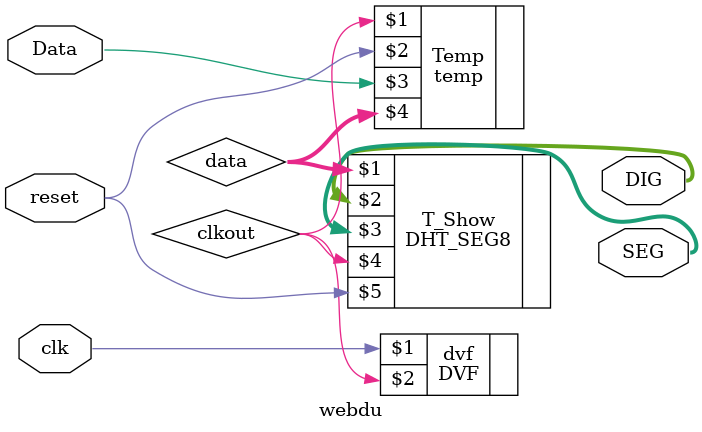
<source format=v>
module webdu(clk,DIG,SEG,Data,reset);
input clk,reset;
inout Data;
output[7:0] SEG,DIG;
wire[39:0] data;
DVF dvf(clk,clkout);
temp Temp(clkout,reset,Data,data);
DHT_SEG8 T_Show(data,DIG,SEG,clkout,reset);




endmodule

</source>
